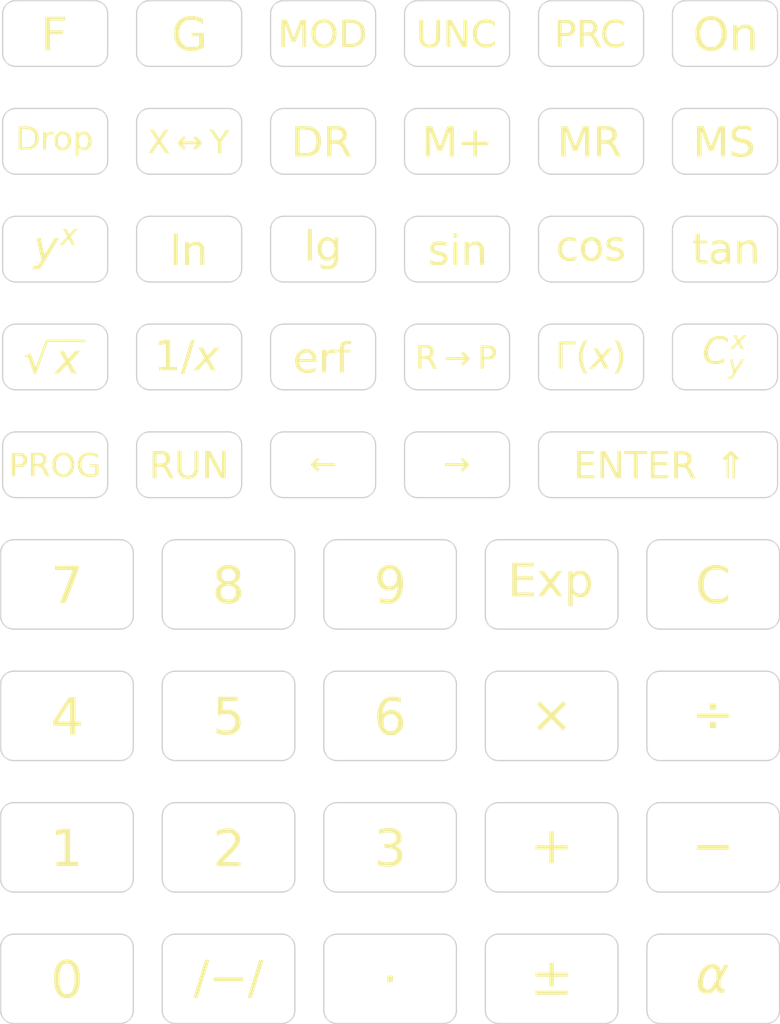
<source format=kicad_pcb>
(kicad_pcb (version 20241229) (generator "pcbnew") (generator_version "9.0")
  (layers (0 "F.Cu" signal) (2 "B.Cu" signal) (13 "F.Paste" user) (15 "B.Paste" user) (5 "F.SilkS" user "F.Silkscreen") (7 "B.SilkS" user "B.Silkscreen") (1 "F.Mask" user) (3 "B.Mask" user) (25 "Edge.Cuts" user))
  (net 0 "")
  (footprint "latex_text" (layer "F.Cu") (at 61.2 97.6)
    (property "Reference" "latex_text" (hide yes))
    (property "Value" "G***" (hide yes))
  )
  (footprint "latex_text" (layer "F.Cu") (at 76.5 139.5)
    (property "Reference" "latex_text" (hide yes))
    (property "Value" "G***" (hide yes))
  )
  (footprint "latex_text" (layer "F.Cu") (at 102 122.2)
    (property "Reference" "latex_text" (hide yes))
    (property "Value" "G***" (hide yes))
  )
  (footprint "latex_text" (layer "F.Cu") (at 91.8 114)
    (property "Reference" "latex_text" (hide yes))
    (property "Value" "G***" (hide yes))
  )
  (footprint "latex_text" (layer "F.Cu") (at 61.2 130.4)
    (property "Reference" "latex_text" (hide yes))
    (property "Value" "G***" (hide yes))
  )
  (footprint "latex_text" (layer "F.Cu") (at 61.2 105.8)
    (property "Reference" "latex_text" (hide yes))
    (property "Value" "G***" (hide yes))
  )
  (footprint "latex_text" (layer "F.Cu") (at 101.1 139.5)
    (property "Reference" "latex_text" (hide yes))
    (property "Value" "G***" (hide yes))
  )
  (footprint "latex_text" (layer "F.Cu") (at 91.8 97.6)
    (property "Reference" "latex_text" (hide yes))
    (property "Value" "G***" (hide yes))
  )
  (footprint "latex_text" (layer "F.Cu") (at 81.6 122.2)
    (property "Reference" "latex_text" (hide yes))
    (property "Value" "G***" (hide yes))
  )
  (footprint "latex_text" (layer "F.Cu") (at 102 114)
    (property "Reference" "latex_text" (hide yes))
    (property "Value" "G***" (hide yes))
  )
  (footprint "latex_text" (layer "F.Cu") (at 51 122.2)
    (property "Reference" "latex_text" (hide yes))
    (property "Value" "G***" (hide yes))
  )
  (footprint "latex_text" (layer "F.Cu") (at 88.8 149.5)
    (property "Reference" "latex_text" (hide yes))
    (property "Value" "G***" (hide yes))
  )
  (footprint "latex_text" (layer "F.Cu") (at 51 97.6)
    (property "Reference" "latex_text" (hide yes))
    (property "Value" "G***" (hide yes))
  )
  (footprint "latex_text" (layer "F.Cu") (at 51.9 139.5)
    (property "Reference" "latex_text" (hide yes))
    (property "Value" "G***" (hide yes))
  )
  (footprint "latex_text" (layer "F.Cu") (at 101.1 149.5)
    (property "Reference" "latex_text" (hide yes))
    (property "Value" "G***" (hide yes))
  )
  (footprint "latex_text" (layer "F.Cu") (at 81.6 105.8)
    (property "Reference" "latex_text" (hide yes))
    (property "Value" "G***" (hide yes))
  )
  (footprint "latex_text" (layer "F.Cu") (at 102 97.6)
    (property "Reference" "latex_text" (hide yes))
    (property "Value" "G***" (hide yes))
  )
  (footprint "latex_text" (layer "F.Cu") (at 71.4 114)
    (property "Reference" "latex_text" (hide yes))
    (property "Value" "G***" (hide yes))
  )
  (footprint "latex_text" (layer "F.Cu") (at 76.5 169.5)
    (property "Reference" "latex_text" (hide yes))
    (property "Value" "G***" (hide yes))
  )
  (footprint "latex_text" (layer "F.Cu") (at 88.8 159.5)
    (property "Reference" "latex_text" (hide yes))
    (property "Value" "G***" (hide yes))
  )
  (footprint "latex_text" (layer "F.Cu") (at 91.8 105.8)
    (property "Reference" "latex_text" (hide yes))
    (property "Value" "G***" (hide yes))
  )
  (footprint "latex_text" (layer "F.Cu") (at 64.2 169.5)
    (property "Reference" "latex_text" (hide yes))
    (property "Value" "G***" (hide yes))
  )
  (footprint "latex_text" (layer "F.Cu") (at 76.5 149.5)
    (property "Reference" "latex_text" (hide yes))
    (property "Value" "G***" (hide yes))
  )
  (footprint "latex_text" (layer "F.Cu") (at 96.9 130.4)
    (property "Reference" "latex_text" (hide yes))
    (property "Value" "G***" (hide yes))
  )
  (footprint "latex_text" (layer "F.Cu") (at 61.2 114)
    (property "Reference" "latex_text" (hide yes))
    (property "Value" "G***" (hide yes))
  )
  (footprint "latex_text" (layer "F.Cu") (at 64.2 139.5)
    (property "Reference" "latex_text" (hide yes))
    (property "Value" "G***" (hide yes))
  )
  (footprint "latex_text" (layer "F.Cu") (at 71.4 122.2)
    (property "Reference" "latex_text" (hide yes))
    (property "Value" "G***" (hide yes))
  )
  (footprint "latex_text" (layer "F.Cu") (at 61.2 122.2)
    (property "Reference" "latex_text" (hide yes))
    (property "Value" "G***" (hide yes))
  )
  (footprint "latex_text" (layer "F.Cu") (at 76.5 159.5)
    (property "Reference" "latex_text" (hide yes))
    (property "Value" "G***" (hide yes))
  )
  (footprint "latex_text" (layer "F.Cu") (at 71.4 105.8)
    (property "Reference" "latex_text" (hide yes))
    (property "Value" "G***" (hide yes))
  )
  (footprint "latex_text" (layer "F.Cu") (at 51.9 159.5)
    (property "Reference" "latex_text" (hide yes))
    (property "Value" "G***" (hide yes))
  )
  (footprint "latex_text" (layer "F.Cu") (at 51 114)
    (property "Reference" "latex_text" (hide yes))
    (property "Value" "G***" (hide yes))
  )
  (footprint "latex_text" (layer "F.Cu") (at 51.9 169.5)
    (property "Reference" "latex_text" (hide yes))
    (property "Value" "G***" (hide yes))
  )
  (footprint "latex_text" (layer "F.Cu") (at 71.4 97.6)
    (property "Reference" "latex_text" (hide yes))
    (property "Value" "G***" (hide yes))
  )
  (footprint "latex_text" (layer "F.Cu") (at 64.2 149.5)
    (property "Reference" "latex_text" (hide yes))
    (property "Value" "G***" (hide yes))
  )
  (footprint "latex_text" (layer "F.Cu") (at 51 130.4)
    (property "Reference" "latex_text" (hide yes))
    (property "Value" "G***" (hide yes))
  )
  (footprint "latex_text" (layer "F.Cu") (at 64.2 159.5)
    (property "Reference" "latex_text" (hide yes))
    (property "Value" "G***" (hide yes))
  )
  (footprint "latex_text" (layer "F.Cu") (at 51.9 149.5)
    (property "Reference" "latex_text" (hide yes))
    (property "Value" "G***" (hide yes))
  )
  (footprint "latex_text" (layer "F.Cu") (at 88.8 139.5)
    (property "Reference" "latex_text" (hide yes))
    (property "Value" "G***" (hide yes))
  )
  (footprint "latex_text" (layer "F.Cu") (at 81.6 97.6)
    (property "Reference" "latex_text" (hide yes))
    (property "Value" "G***" (hide yes))
  )
  (footprint "latex_text" (layer "F.Cu") (at 51 105.8)
    (property "Reference" "latex_text" (hide yes))
    (property "Value" "G***" (hide yes))
  )
  (footprint "latex_text" (layer "F.Cu") (at 81.6 130.4)
    (property "Reference" "latex_text" (hide yes))
    (property "Value" "G***" (hide yes))
  )
  (footprint "latex_text" (layer "F.Cu") (at 101.1 159.5)
    (property "Reference" "latex_text" (hide yes))
    (property "Value" "G***" (hide yes))
  )
  (footprint "latex_text" (layer "F.Cu") (at 101.1 169.5)
    (property "Reference" "latex_text" (hide yes))
    (property "Value" "G***" (hide yes))
  )
  (footprint "latex_text" (layer "F.Cu") (at 81.6 114)
    (property "Reference" "latex_text" (hide yes))
    (property "Value" "G***" (hide yes))
  )
  (footprint "latex_text" (layer "F.Cu") (at 102 105.8)
    (property "Reference" "latex_text" (hide yes))
    (property "Value" "G***" (hide yes))
  )
  (footprint "latex_text" (layer "F.Cu") (at 91.8 122.2)
    (property "Reference" "latex_text" (hide yes))
    (property "Value" "G***" (hide yes))
  )
  (footprint "latex_text" (layer "F.Cu") (at 88.8 169.5)
    (property "Reference" "latex_text" (hide yes))
    (property "Value" "G***" (hide yes))
  )
  (footprint "latex_text" (layer "F.Cu") (at 71.4 130.4)
    (property "Reference" "latex_text" (hide yes))
    (property "Value" "G***" (hide yes))
  )
  (gr_arc (start 97.05 162.9) (mid 96.342893 162.607107) (end 96.05 161.9) (stroke (width 0.1)) (layer "Edge.Cuts"))
  (gr_arc (start 67.4 112.5) (mid 67.692893 111.792893) (end 68.4 111.5) (stroke (width 0.1)) (layer "Edge.Cuts"))
  (gr_arc (start 60.15 162.9) (mid 59.442893 162.607107) (end 59.15 161.9) (stroke (width 0.1)) (layer "Edge.Cuts"))
  (gr_arc (start 75.4 99.1) (mid 75.107107 99.807107) (end 74.4 100.1) (stroke (width 0.1)) (layer "Edge.Cuts"))
  (gr_line (start 105 124.7) (end 99 124.7) (stroke (width 0.1)) (layer "Edge.Cuts"))
  (gr_arc (start 84.75 162.9) (mid 84.042893 162.607107) (end 83.75 161.9) (stroke (width 0.1)) (layer "Edge.Cuts"))
  (gr_line (start 94.8 116.5) (end 88.8 116.5) (stroke (width 0.1)) (layer "Edge.Cuts"))
  (gr_line (start 56.95 137.1) (end 56.95 141.9) (stroke (width 0.1)) (layer "Edge.Cuts"))
  (gr_line (start 106.15 157.1) (end 106.15 161.9) (stroke (width 0.1)) (layer "Edge.Cuts"))
  (gr_line (start 98 99.1) (end 98 96.1) (stroke (width 0.1)) (layer "Edge.Cuts"))
  (gr_arc (start 47.85 172.9) (mid 47.142893 172.607107) (end 46.85 171.9) (stroke (width 0.1)) (layer "Edge.Cuts"))
  (gr_arc (start 46.85 157.1) (mid 47.142893 156.392893) (end 47.85 156.1) (stroke (width 0.1)) (layer "Edge.Cuts"))
  (gr_line (start 84.6 108.3) (end 78.6 108.3) (stroke (width 0.1)) (layer "Edge.Cuts"))
  (gr_arc (start 105 111.5) (mid 105.707107 111.792893) (end 106 112.5) (stroke (width 0.1)) (layer "Edge.Cuts"))
  (gr_arc (start 83.75 147.1) (mid 84.042893 146.392893) (end 84.75 146.1) (stroke (width 0.1)) (layer "Edge.Cuts"))
  (gr_arc (start 106 107.3) (mid 105.707107 108.007107) (end 105 108.3) (stroke (width 0.1)) (layer "Edge.Cuts"))
  (gr_line (start 105 100.1) (end 99 100.1) (stroke (width 0.1)) (layer "Edge.Cuts"))
  (gr_line (start 57.2 115.5) (end 57.2 112.5) (stroke (width 0.1)) (layer "Edge.Cuts"))
  (gr_arc (start 56.95 161.9) (mid 56.657107 162.607107) (end 55.95 162.9) (stroke (width 0.1)) (layer "Edge.Cuts"))
  (gr_arc (start 77.6 128.9) (mid 77.892893 128.192893) (end 78.6 127.9) (stroke (width 0.1)) (layer "Edge.Cuts"))
  (gr_arc (start 95.8 123.7) (mid 95.507107 124.407107) (end 94.8 124.7) (stroke (width 0.1)) (layer "Edge.Cuts"))
  (gr_arc (start 72.45 162.9) (mid 71.742893 162.607107) (end 71.45 161.9) (stroke (width 0.1)) (layer "Edge.Cuts"))
  (gr_arc (start 105 95.1) (mid 105.707107 95.392893) (end 106 96.1) (stroke (width 0.1)) (layer "Edge.Cuts"))
  (gr_line (start 75.4 112.5) (end 75.4 115.5) (stroke (width 0.1)) (layer "Edge.Cuts"))
  (gr_arc (start 55.95 156.1) (mid 56.657107 156.392893) (end 56.95 157.1) (stroke (width 0.1)) (layer "Edge.Cuts"))
  (gr_line (start 77.6 107.3) (end 77.6 104.3) (stroke (width 0.1)) (layer "Edge.Cuts"))
  (gr_line (start 46.85 141.9) (end 46.85 137.1) (stroke (width 0.1)) (layer "Edge.Cuts"))
  (gr_arc (start 106 99.1) (mid 105.707107 99.807107) (end 105 100.1) (stroke (width 0.1)) (layer "Edge.Cuts"))
  (gr_line (start 80.55 162.9) (end 72.45 162.9) (stroke (width 0.1)) (layer "Edge.Cuts"))
  (gr_arc (start 67.4 96.1) (mid 67.692893 95.392893) (end 68.4 95.1) (stroke (width 0.1)) (layer "Edge.Cuts"))
  (gr_arc (start 106 131.9) (mid 105.707107 132.607107) (end 105 132.9) (stroke (width 0.1)) (layer "Edge.Cuts"))
  (gr_line (start 75.4 104.3) (end 75.4 107.3) (stroke (width 0.1)) (layer "Edge.Cuts"))
  (gr_arc (start 78.6 108.3) (mid 77.892893 108.007107) (end 77.6 107.3) (stroke (width 0.1)) (layer "Edge.Cuts"))
  (gr_line (start 74.4 108.3) (end 68.4 108.3) (stroke (width 0.1)) (layer "Edge.Cuts"))
  (gr_arc (start 47 104.3) (mid 47.292893 103.592893) (end 48 103.3) (stroke (width 0.1)) (layer "Edge.Cuts"))
  (gr_line (start 58.2 95.1) (end 64.2 95.1) (stroke (width 0.1)) (layer "Edge.Cuts"))
  (gr_arc (start 74.4 111.5) (mid 75.107107 111.792893) (end 75.4 112.5) (stroke (width 0.1)) (layer "Edge.Cuts"))
  (gr_arc (start 54 119.7) (mid 54.707107 119.992893) (end 55 120.7) (stroke (width 0.1)) (layer "Edge.Cuts"))
  (gr_line (start 87.8 107.3) (end 87.8 104.3) (stroke (width 0.1)) (layer "Edge.Cuts"))
  (gr_line (start 77.6 99.1) (end 77.6 96.1) (stroke (width 0.1)) (layer "Edge.Cuts"))
  (gr_line (start 88.8 103.3) (end 94.8 103.3) (stroke (width 0.1)) (layer "Edge.Cuts"))
  (gr_arc (start 74.4 127.9) (mid 75.107107 128.192893) (end 75.4 128.9) (stroke (width 0.1)) (layer "Edge.Cuts"))
  (gr_line (start 67.4 99.1) (end 67.4 96.1) (stroke (width 0.1)) (layer "Edge.Cuts"))
  (gr_arc (start 71.45 157.1) (mid 71.742893 156.392893) (end 72.45 156.1) (stroke (width 0.1)) (layer "Edge.Cuts"))
  (gr_arc (start 48 108.3) (mid 47.292893 108.007107) (end 47 107.3) (stroke (width 0.1)) (layer "Edge.Cuts"))
  (gr_arc (start 69.25 161.9) (mid 68.957107 162.607107) (end 68.25 162.9) (stroke (width 0.1)) (layer "Edge.Cuts"))
  (gr_line (start 69.25 157.1) (end 69.25 161.9) (stroke (width 0.1)) (layer "Edge.Cuts"))
  (gr_arc (start 96.05 147.1) (mid 96.342893 146.392893) (end 97.05 146.1) (stroke (width 0.1)) (layer "Edge.Cuts"))
  (gr_line (start 85.6 104.3) (end 85.6 107.3) (stroke (width 0.1)) (layer "Edge.Cuts"))
  (gr_line (start 75.4 128.9) (end 75.4 131.9) (stroke (width 0.1)) (layer "Edge.Cuts"))
  (gr_arc (start 88.8 124.7) (mid 88.092893 124.407107) (end 87.8 123.7) (stroke (width 0.1)) (layer "Edge.Cuts"))
  (gr_line (start 48 103.3) (end 54 103.3) (stroke (width 0.1)) (layer "Edge.Cuts"))
  (gr_arc (start 98 104.3) (mid 98.292893 103.592893) (end 99 103.3) (stroke (width 0.1)) (layer "Edge.Cuts"))
  (gr_arc (start 84.6 111.5) (mid 85.307107 111.792893) (end 85.6 112.5) (stroke (width 0.1)) (layer "Edge.Cuts"))
  (gr_arc (start 57.2 104.3) (mid 57.492893 103.592893) (end 58.2 103.3) (stroke (width 0.1)) (layer "Edge.Cuts"))
  (gr_line (start 55.95 152.9) (end 47.85 152.9) (stroke (width 0.1)) (layer "Edge.Cuts"))
  (gr_line (start 74.4 100.1) (end 68.4 100.1) (stroke (width 0.1)) (layer "Edge.Cuts"))
  (gr_line (start 92.85 142.9) (end 84.75 142.9) (stroke (width 0.1)) (layer "Edge.Cuts"))
  (gr_line (start 64.2 100.1) (end 58.2 100.1) (stroke (width 0.1)) (layer "Edge.Cuts"))
  (gr_line (start 85.6 128.9) (end 85.6 131.9) (stroke (width 0.1)) (layer "Edge.Cuts"))
  (gr_arc (start 106 123.7) (mid 105.707107 124.407107) (end 105 124.7) (stroke (width 0.1)) (layer "Edge.Cuts"))
  (gr_arc (start 47 128.9) (mid 47.292893 128.192893) (end 48 127.9) (stroke (width 0.1)) (layer "Edge.Cuts"))
  (gr_arc (start 88.8 116.5) (mid 88.092893 116.207107) (end 87.8 115.5) (stroke (width 0.1)) (layer "Edge.Cuts"))
  (gr_line (start 95.8 104.3) (end 95.8 107.3) (stroke (width 0.1)) (layer "Edge.Cuts"))
  (gr_arc (start 77.6 104.3) (mid 77.892893 103.592893) (end 78.6 103.3) (stroke (width 0.1)) (layer "Edge.Cuts"))
  (gr_line (start 78.6 103.3) (end 84.6 103.3) (stroke (width 0.1)) (layer "Edge.Cuts"))
  (gr_line (start 54 116.5) (end 48 116.5) (stroke (width 0.1)) (layer "Edge.Cuts"))
  (gr_line (start 105.15 162.9) (end 97.05 162.9) (stroke (width 0.1)) (layer "Edge.Cuts"))
  (gr_arc (start 87.8 128.9) (mid 88.092893 128.192893) (end 88.8 127.9) (stroke (width 0.1)) (layer "Edge.Cuts"))
  (gr_line (start 47 131.9) (end 47 128.9) (stroke (width 0.1)) (layer "Edge.Cuts"))
  (gr_arc (start 84.75 172.9) (mid 84.042893 172.607107) (end 83.75 171.9) (stroke (width 0.1)) (layer "Edge.Cuts"))
  (gr_arc (start 80.55 166.1) (mid 81.257107 166.392893) (end 81.55 167.1) (stroke (width 0.1)) (layer "Edge.Cuts"))
  (gr_arc (start 58.2 124.7) (mid 57.492893 124.407107) (end 57.2 123.7) (stroke (width 0.1)) (layer "Edge.Cuts"))
  (gr_arc (start 88.8 108.3) (mid 88.092893 108.007107) (end 87.8 107.3) (stroke (width 0.1)) (layer "Edge.Cuts"))
  (gr_arc (start 55 107.3) (mid 54.707107 108.007107) (end 54 108.3) (stroke (width 0.1)) (layer "Edge.Cuts"))
  (gr_arc (start 78.6 132.9) (mid 77.892893 132.607107) (end 77.6 131.9) (stroke (width 0.1)) (layer "Edge.Cuts"))
  (gr_arc (start 88.8 100.1) (mid 88.092893 99.807107) (end 87.8 99.1) (stroke (width 0.1)) (layer "Edge.Cuts"))
  (gr_arc (start 94.8 103.3) (mid 95.507107 103.592893) (end 95.8 104.3) (stroke (width 0.1)) (layer "Edge.Cuts"))
  (gr_arc (start 96.05 157.1) (mid 96.342893 156.392893) (end 97.05 156.1) (stroke (width 0.1)) (layer "Edge.Cuts"))
  (gr_arc (start 106.15 141.9) (mid 105.857107 142.607107) (end 105.15 142.9) (stroke (width 0.1)) (layer "Edge.Cuts"))
  (gr_line (start 98 115.5) (end 98 112.5) (stroke (width 0.1)) (layer "Edge.Cuts"))
  (gr_line (start 92.85 172.9) (end 84.75 172.9) (stroke (width 0.1)) (layer "Edge.Cuts"))
  (gr_line (start 93.85 157.1) (end 93.85 161.9) (stroke (width 0.1)) (layer "Edge.Cuts"))
  (gr_line (start 46.85 151.9) (end 46.85 147.1) (stroke (width 0.1)) (layer "Edge.Cuts"))
  (gr_line (start 99 119.7) (end 105 119.7) (stroke (width 0.1)) (layer "Edge.Cuts"))
  (gr_arc (start 85.6 131.9) (mid 85.307107 132.607107) (end 84.6 132.9) (stroke (width 0.1)) (layer "Edge.Cuts"))
  (gr_line (start 55 104.3) (end 55 107.3) (stroke (width 0.1)) (layer "Edge.Cuts"))
  (gr_arc (start 93.85 151.9) (mid 93.557107 152.607107) (end 92.85 152.9) (stroke (width 0.1)) (layer "Edge.Cuts"))
  (gr_line (start 106 112.5) (end 106 115.5) (stroke (width 0.1)) (layer "Edge.Cuts"))
  (gr_arc (start 65.2 115.5) (mid 64.907107 116.207107) (end 64.2 116.5) (stroke (width 0.1)) (layer "Edge.Cuts"))
  (gr_line (start 67.4 123.7) (end 67.4 120.7) (stroke (width 0.1)) (layer "Edge.Cuts"))
  (gr_line (start 81.55 167.1) (end 81.55 171.9) (stroke (width 0.1)) (layer "Edge.Cuts"))
  (gr_arc (start 68.25 146.1) (mid 68.957107 146.392893) (end 69.25 147.1) (stroke (width 0.1)) (layer "Edge.Cuts"))
  (gr_line (start 60.15 166.1) (end 68.25 166.1) (stroke (width 0.1)) (layer "Edge.Cuts"))
  (gr_arc (start 96.05 167.1) (mid 96.342893 166.392893) (end 97.05 166.1) (stroke (width 0.1)) (layer "Edge.Cuts"))
  (gr_line (start 56.95 147.1) (end 56.95 151.9) (stroke (width 0.1)) (layer "Edge.Cuts"))
  (gr_arc (start 80.55 136.1) (mid 81.257107 136.392893) (end 81.55 137.1) (stroke (width 0.1)) (layer "Edge.Cuts"))
  (gr_line (start 85.6 96.1) (end 85.6 99.1) (stroke (width 0.1)) (layer "Edge.Cuts"))
  (gr_line (start 47 107.3) (end 47 104.3) (stroke (width 0.1)) (layer "Edge.Cuts"))
  (gr_line (start 69.25 147.1) (end 69.25 151.9) (stroke (width 0.1)) (layer "Edge.Cuts"))
  (gr_arc (start 57.2 128.9) (mid 57.492893 128.192893) (end 58.2 127.9) (stroke (width 0.1)) (layer "Edge.Cuts"))
  (gr_line (start 78.6 119.7) (end 84.6 119.7) (stroke (width 0.1)) (layer "Edge.Cuts"))
  (gr_line (start 84.75 156.1) (end 92.85 156.1) (stroke (width 0.1)) (layer "Edge.Cuts"))
  (gr_arc (start 55 99.1) (mid 54.707107 99.807107) (end 54 100.1) (stroke (width 0.1)) (layer "Edge.Cuts"))
  (gr_line (start 47.85 146.1) (end 55.95 146.1) (stroke (width 0.1)) (layer "Edge.Cuts"))
  (gr_arc (start 56.95 151.9) (mid 56.657107 152.607107) (end 55.95 152.9) (stroke (width 0.1)) (layer "Edge.Cuts"))
  (gr_arc (start 56.95 171.9) (mid 56.657107 172.607107) (end 55.95 172.9) (stroke (width 0.1)) (layer "Edge.Cuts"))
  (gr_line (start 46.85 171.9) (end 46.85 167.1) (stroke (width 0.1)) (layer "Edge.Cuts"))
  (gr_line (start 74.4 116.5) (end 68.4 116.5) (stroke (width 0.1)) (layer "Edge.Cuts"))
  (gr_line (start 81.55 147.1) (end 81.55 151.9) (stroke (width 0.1)) (layer "Edge.Cuts"))
  (gr_arc (start 93.85 161.9) (mid 93.557107 162.607107) (end 92.85 162.9) (stroke (width 0.1)) (layer "Edge.Cuts"))
  (gr_arc (start 84.6 103.3) (mid 85.307107 103.592893) (end 85.6 104.3) (stroke (width 0.1)) (layer "Edge.Cuts"))
  (gr_arc (start 87.8 120.7) (mid 88.092893 119.992893) (end 88.8 119.7) (stroke (width 0.1)) (layer "Edge.Cuts"))
  (gr_arc (start 72.45 142.9) (mid 71.742893 142.607107) (end 71.45 141.9) (stroke (width 0.1)) (layer "Edge.Cuts"))
  (gr_line (start 83.75 151.9) (end 83.75 147.1) (stroke (width 0.1)) (layer "Edge.Cuts"))
  (gr_arc (start 71.45 167.1) (mid 71.742893 166.392893) (end 72.45 166.1) (stroke (width 0.1)) (layer "Edge.Cuts"))
  (gr_arc (start 60.15 142.9) (mid 59.442893 142.607107) (end 59.15 141.9) (stroke (width 0.1)) (layer "Edge.Cuts"))
  (gr_line (start 64.2 108.3) (end 58.2 108.3) (stroke (width 0.1)) (layer "Edge.Cuts"))
  (gr_arc (start 92.85 146.1) (mid 93.557107 146.392893) (end 93.85 147.1) (stroke (width 0.1)) (layer "Edge.Cuts"))
  (gr_line (start 80.55 152.9) (end 72.45 152.9) (stroke (width 0.1)) (layer "Edge.Cuts"))
  (gr_arc (start 67.4 128.9) (mid 67.692893 128.192893) (end 68.4 127.9) (stroke (width 0.1)) (layer "Edge.Cuts"))
  (gr_line (start 54 108.3) (end 48 108.3) (stroke (width 0.1)) (layer "Edge.Cuts"))
  (gr_line (start 106 104.3) (end 106 107.3) (stroke (width 0.1)) (layer "Edge.Cuts"))
  (gr_line (start 57.2 123.7) (end 57.2 120.7) (stroke (width 0.1)) (layer "Edge.Cuts"))
  (gr_line (start 105.15 172.9) (end 97.05 172.9) (stroke (width 0.1)) (layer "Edge.Cuts"))
  (gr_arc (start 48 116.5) (mid 47.292893 116.207107) (end 47 115.5) (stroke (width 0.1)) (layer "Edge.Cuts"))
  (gr_line (start 55.95 172.9) (end 47.85 172.9) (stroke (width 0.1)) (layer "Edge.Cuts"))
  (gr_line (start 55.95 162.9) (end 47.85 162.9) (stroke (width 0.1)) (layer "Edge.Cuts"))
  (gr_line (start 69.25 167.1) (end 69.25 171.9) (stroke (width 0.1)) (layer "Edge.Cuts"))
  (gr_line (start 93.85 137.1) (end 93.85 141.9) (stroke (width 0.1)) (layer "Edge.Cuts"))
  (gr_line (start 68.25 152.9) (end 60.15 152.9) (stroke (width 0.1)) (layer "Edge.Cuts"))
  (gr_line (start 95.8 96.1) (end 95.8 99.1) (stroke (width 0.1)) (layer "Edge.Cuts"))
  (gr_line (start 84.6 116.5) (end 78.6 116.5) (stroke (width 0.1)) (layer "Edge.Cuts"))
  (gr_arc (start 47.85 142.9) (mid 47.142893 142.607107) (end 46.85 141.9) (stroke (width 0.1)) (layer "Edge.Cuts"))
  (gr_arc (start 57.2 96.1) (mid 57.492893 95.392893) (end 58.2 95.1) (stroke (width 0.1)) (layer "Edge.Cuts"))
  (gr_arc (start 77.6 120.7) (mid 77.892893 119.992893) (end 78.6 119.7) (stroke (width 0.1)) (layer "Edge.Cuts"))
  (gr_line (start 55 128.9) (end 55 131.9) (stroke (width 0.1)) (layer "Edge.Cuts"))
  (gr_line (start 94.8 124.7) (end 88.8 124.7) (stroke (width 0.1)) (layer "Edge.Cuts"))
  (gr_arc (start 54 111.5) (mid 54.707107 111.792893) (end 55 112.5) (stroke (width 0.1)) (layer "Edge.Cuts"))
  (gr_arc (start 94.8 111.5) (mid 95.507107 111.792893) (end 95.8 112.5) (stroke (width 0.1)) (layer "Edge.Cuts"))
  (gr_line (start 58.2 119.7) (end 64.2 119.7) (stroke (width 0.1)) (layer "Edge.Cuts"))
  (gr_arc (start 46.85 147.1) (mid 47.142893 146.392893) (end 47.85 146.1) (stroke (width 0.1)) (layer "Edge.Cuts"))
  (gr_line (start 67.4 131.9) (end 67.4 128.9) (stroke (width 0.1)) (layer "Edge.Cuts"))
  (gr_arc (start 58.2 132.9) (mid 57.492893 132.607107) (end 57.2 131.9) (stroke (width 0.1)) (layer "Edge.Cuts"))
  (gr_arc (start 78.6 124.7) (mid 77.892893 124.407107) (end 77.6 123.7) (stroke (width 0.1)) (layer "Edge.Cuts"))
  (gr_line (start 54 132.9) (end 48 132.9) (stroke (width 0.1)) (layer "Edge.Cuts"))
  (gr_line (start 48 95.1) (end 54 95.1) (stroke (width 0.1)) (layer "Edge.Cuts"))
  (gr_line (start 57.2 99.1) (end 57.2 96.1) (stroke (width 0.1)) (layer "Edge.Cuts"))
  (gr_line (start 55 96.1) (end 55 99.1) (stroke (width 0.1)) (layer "Edge.Cuts"))
  (gr_line (start 59.15 141.9) (end 59.15 137.1) (stroke (width 0.1)) (layer "Edge.Cuts"))
  (gr_line (start 85.6 120.7) (end 85.6 123.7) (stroke (width 0.1)) (layer "Edge.Cuts"))
  (gr_arc (start 59.15 137.1) (mid 59.442893 136.392893) (end 60.15 136.1) (stroke (width 0.1)) (layer "Edge.Cuts"))
  (gr_arc (start 85.6 115.5) (mid 85.307107 116.207107) (end 84.6 116.5) (stroke (width 0.1)) (layer "Edge.Cuts"))
  (gr_line (start 105.15 152.9) (end 97.05 152.9) (stroke (width 0.1)) (layer "Edge.Cuts"))
  (gr_arc (start 48 100.1) (mid 47.292893 99.807107) (end 47 99.1) (stroke (width 0.1)) (layer "Edge.Cuts"))
  (gr_line (start 94.8 100.1) (end 88.8 100.1) (stroke (width 0.1)) (layer "Edge.Cuts"))
  (gr_arc (start 46.85 167.1) (mid 47.142893 166.392893) (end 47.85 166.1) (stroke (width 0.1)) (layer "Edge.Cuts"))
  (gr_line (start 98 107.3) (end 98 104.3) (stroke (width 0.1)) (layer "Edge.Cuts"))
  (gr_arc (start 92.85 136.1) (mid 93.557107 136.392893) (end 93.85 137.1) (stroke (width 0.1)) (layer "Edge.Cuts"))
  (gr_line (start 47 99.1) (end 47 96.1) (stroke (width 0.1)) (layer "Edge.Cuts"))
  (gr_arc (start 47.85 162.9) (mid 47.142893 162.607107) (end 46.85 161.9) (stroke (width 0.1)) (layer "Edge.Cuts"))
  (gr_line (start 105.15 142.9) (end 97.05 142.9) (stroke (width 0.1)) (layer "Edge.Cuts"))
  (gr_arc (start 69.25 141.9) (mid 68.957107 142.607107) (end 68.25 142.9) (stroke (width 0.1)) (layer "Edge.Cuts"))
  (gr_arc (start 55 131.9) (mid 54.707107 132.607107) (end 54 132.9) (stroke (width 0.1)) (layer "Edge.Cuts"))
  (gr_line (start 84.6 124.7) (end 78.6 124.7) (stroke (width 0.1)) (layer "Edge.Cuts"))
  (gr_line (start 97.05 166.1) (end 105.15 166.1) (stroke (width 0.1)) (layer "Edge.Cuts"))
  (gr_arc (start 68.25 136.1) (mid 68.957107 136.392893) (end 69.25 137.1) (stroke (width 0.1)) (layer "Edge.Cuts"))
  (gr_arc (start 75.4 107.3) (mid 75.107107 108.007107) (end 74.4 108.3) (stroke (width 0.1)) (layer "Edge.Cuts"))
  (gr_line (start 95.8 120.7) (end 95.8 123.7) (stroke (width 0.1)) (layer "Edge.Cuts"))
  (gr_arc (start 69.25 151.9) (mid 68.957107 152.607107) (end 68.25 152.9) (stroke (width 0.1)) (layer "Edge.Cuts"))
  (gr_arc (start 58.2 116.5) (mid 57.492893 116.207107) (end 57.2 115.5) (stroke (width 0.1)) (layer "Edge.Cuts"))
  (gr_arc (start 105.15 156.1) (mid 105.857107 156.392893) (end 106.15 157.1) (stroke (width 0.1)) (layer "Edge.Cuts"))
  (gr_line (start 84.6 132.9) (end 78.6 132.9) (stroke (width 0.1)) (layer "Edge.Cuts"))
  (gr_arc (start 46.85 137.1) (mid 47.142893 136.392893) (end 47.85 136.1) (stroke (width 0.1)) (layer "Edge.Cuts"))
  (gr_arc (start 78.6 100.1) (mid 77.892893 99.807107) (end 77.6 99.1) (stroke (width 0.1)) (layer "Edge.Cuts"))
  (gr_line (start 84.75 146.1) (end 92.85 146.1) (stroke (width 0.1)) (layer "Edge.Cuts"))
  (gr_arc (start 54 103.3) (mid 54.707107 103.592893) (end 55 104.3) (stroke (width 0.1)) (layer "Edge.Cuts"))
  (gr_line (start 68.4 111.5) (end 74.4 111.5) (stroke (width 0.1)) (layer "Edge.Cuts"))
  (gr_arc (start 80.55 156.1) (mid 81.257107 156.392893) (end 81.55 157.1) (stroke (width 0.1)) (layer "Edge.Cuts"))
  (gr_arc (start 48 124.7) (mid 47.292893 124.407107) (end 47 123.7) (stroke (width 0.1)) (layer "Edge.Cuts"))
  (gr_arc (start 65.2 107.3) (mid 64.907107 108.007107) (end 64.2 108.3) (stroke (width 0.1)) (layer "Edge.Cuts"))
  (gr_arc (start 83.75 137.1) (mid 84.042893 136.392893) (end 84.75 136.1) (stroke (width 0.1)) (layer "Edge.Cuts"))
  (gr_arc (start 68.4 100.1) (mid 67.692893 99.807107) (end 67.4 99.1) (stroke (width 0.1)) (layer "Edge.Cuts"))
  (gr_arc (start 83.75 157.1) (mid 84.042893 156.392893) (end 84.75 156.1) (stroke (width 0.1)) (layer "Edge.Cuts"))
  (gr_arc (start 85.6 107.3) (mid 85.307107 108.007107) (end 84.6 108.3) (stroke (width 0.1)) (layer "Edge.Cuts"))
  (gr_line (start 56.95 157.1) (end 56.95 161.9) (stroke (width 0.1)) (layer "Edge.Cuts"))
  (gr_line (start 85.6 112.5) (end 85.6 115.5) (stroke (width 0.1)) (layer "Edge.Cuts"))
  (gr_arc (start 99 124.7) (mid 98.292893 124.407107) (end 98 123.7) (stroke (width 0.1)) (layer "Edge.Cuts"))
  (gr_line (start 48 119.7) (end 54 119.7) (stroke (width 0.1)) (layer "Edge.Cuts"))
  (gr_arc (start 71.45 147.1) (mid 71.742893 146.392893) (end 72.45 146.1) (stroke (width 0.1)) (layer "Edge.Cuts"))
  (gr_arc (start 95.8 115.5) (mid 95.507107 116.207107) (end 94.8 116.5) (stroke (width 0.1)) (layer "Edge.Cuts"))
  (gr_line (start 92.85 152.9) (end 84.75 152.9) (stroke (width 0.1)) (layer "Edge.Cuts"))
  (gr_arc (start 67.4 104.3) (mid 67.692893 103.592893) (end 68.4 103.3) (stroke (width 0.1)) (layer "Edge.Cuts"))
  (gr_line (start 58.2 103.3) (end 64.2 103.3) (stroke (width 0.1)) (layer "Edge.Cuts"))
  (gr_arc (start 80.55 146.1) (mid 81.257107 146.392893) (end 81.55 147.1) (stroke (width 0.1)) (layer "Edge.Cuts"))
  (gr_arc (start 105.15 146.1) (mid 105.857107 146.392893) (end 106.15 147.1) (stroke (width 0.1)) (layer "Edge.Cuts"))
  (gr_line (start 67.4 115.5) (end 67.4 112.5) (stroke (width 0.1)) (layer "Edge.Cuts"))
  (gr_line (start 68.4 127.9) (end 74.4 127.9) (stroke (width 0.1)) (layer "Edge.Cuts"))
  (gr_arc (start 92.85 166.1) (mid 93.557107 166.392893) (end 93.85 167.1) (stroke (width 0.1)) (layer "Edge.Cuts"))
  (gr_line (start 72.45 136.1) (end 80.55 136.1) (stroke (width 0.1)) (layer "Edge.Cuts"))
  (gr_line (start 60.15 156.1) (end 68.25 156.1) (stroke (width 0.1)) (layer "Edge.Cuts"))
  (gr_line (start 47 123.7) (end 47 120.7) (stroke (width 0.1)) (layer "Edge.Cuts"))
  (gr_arc (start 93.85 171.9) (mid 93.557107 172.607107) (end 92.85 172.9) (stroke (width 0.1)) (layer "Edge.Cuts"))
  (gr_arc (start 64.2 95.1) (mid 64.907107 95.392893) (end 65.2 96.1) (stroke (width 0.1)) (layer "Edge.Cuts"))
  (gr_line (start 57.2 107.3) (end 57.2 104.3) (stroke (width 0.1)) (layer "Edge.Cuts"))
  (gr_line (start 98 123.7) (end 98 120.7) (stroke (width 0.1)) (layer "Edge.Cuts"))
  (gr_arc (start 105 119.7) (mid 105.707107 119.992893) (end 106 120.7) (stroke (width 0.1)) (layer "Edge.Cuts"))
  (gr_arc (start 87.8 96.1) (mid 88.092893 95.392893) (end 88.8 95.1) (stroke (width 0.1)) (layer "Edge.Cuts"))
  (gr_line (start 46.85 161.9) (end 46.85 157.1) (stroke (width 0.1)) (layer "Edge.Cuts"))
  (gr_line (start 65.2 120.7) (end 65.2 123.7) (stroke (width 0.1)) (layer "Edge.Cuts"))
  (gr_line (start 106 120.7) (end 106 123.7) (stroke (width 0.1)) (layer "Edge.Cuts"))
  (gr_line (start 96.05 141.9) (end 96.05 137.1) (stroke (width 0.1)) (layer "Edge.Cuts"))
  (gr_arc (start 99 100.1) (mid 98.292893 99.807107) (end 98 99.1) (stroke (width 0.1)) (layer "Edge.Cuts"))
  (gr_arc (start 47 96.1) (mid 47.292893 95.392893) (end 48 95.1) (stroke (width 0.1)) (layer "Edge.Cuts"))
  (gr_arc (start 55 123.7) (mid 54.707107 124.407107) (end 54 124.7) (stroke (width 0.1)) (layer "Edge.Cuts"))
  (gr_arc (start 77.6 112.5) (mid 77.892893 111.792893) (end 78.6 111.5) (stroke (width 0.1)) (layer "Edge.Cuts"))
  (gr_arc (start 68.4 124.7) (mid 67.692893 124.407107) (end 67.4 123.7) (stroke (width 0.1)) (layer "Edge.Cuts"))
  (gr_arc (start 94.8 119.7) (mid 95.507107 119.992893) (end 95.8 120.7) (stroke (width 0.1)) (layer "Edge.Cuts"))
  (gr_line (start 55 120.7) (end 55 123.7) (stroke (width 0.1)) (layer "Edge.Cuts"))
  (gr_arc (start 106 115.5) (mid 105.707107 116.207107) (end 105 116.5) (stroke (width 0.1)) (layer "Edge.Cuts"))
  (gr_arc (start 97.05 172.9) (mid 96.342893 172.607107) (end 96.05 171.9) (stroke (width 0.1)) (layer "Edge.Cuts"))
  (gr_line (start 64.2 124.7) (end 58.2 124.7) (stroke (width 0.1)) (layer "Edge.Cuts"))
  (gr_arc (start 55.95 136.1) (mid 56.657107 136.392893) (end 56.95 137.1) (stroke (width 0.1)) (layer "Edge.Cuts"))
  (gr_line (start 83.75 141.9) (end 83.75 137.1) (stroke (width 0.1)) (layer "Edge.Cuts"))
  (gr_line (start 96.05 161.9) (end 96.05 157.1) (stroke (width 0.1)) (layer "Edge.Cuts"))
  (gr_arc (start 54 127.9) (mid 54.707107 128.192893) (end 55 128.9) (stroke (width 0.1)) (layer "Edge.Cuts"))
  (gr_arc (start 71.45 137.1) (mid 71.742893 136.392893) (end 72.45 136.1) (stroke (width 0.1)) (layer "Edge.Cuts"))
  (gr_line (start 84.75 166.1) (end 92.85 166.1) (stroke (width 0.1)) (layer "Edge.Cuts"))
  (gr_line (start 106.15 167.1) (end 106.15 171.9) (stroke (width 0.1)) (layer "Edge.Cuts"))
  (gr_arc (start 84.75 152.9) (mid 84.042893 152.607107) (end 83.75 151.9) (stroke (width 0.1)) (layer "Edge.Cuts"))
  (gr_arc (start 65.2 131.9) (mid 64.907107 132.607107) (end 64.2 132.9) (stroke (width 0.1)) (layer "Edge.Cuts"))
  (gr_arc (start 55.95 146.1) (mid 56.657107 146.392893) (end 56.95 147.1) (stroke (width 0.1)) (layer "Edge.Cuts"))
  (gr_arc (start 57.2 120.7) (mid 57.492893 119.992893) (end 58.2 119.7) (stroke (width 0.1)) (layer "Edge.Cuts"))
  (gr_arc (start 65.2 99.1) (mid 64.907107 99.807107) (end 64.2 100.1) (stroke (width 0.1)) (layer "Edge.Cuts"))
  (gr_arc (start 93.85 141.9) (mid 93.557107 142.607107) (end 92.85 142.9) (stroke (width 0.1)) (layer "Edge.Cuts"))
  (gr_line (start 48 111.5) (end 54 111.5) (stroke (width 0.1)) (layer "Edge.Cuts"))
  (gr_arc (start 98 112.5) (mid 98.292893 111.792893) (end 99 111.5) (stroke (width 0.1)) (layer "Edge.Cuts"))
  (gr_arc (start 75.4 131.9) (mid 75.107107 132.607107) (end 74.4 132.9) (stroke (width 0.1)) (layer "Edge.Cuts"))
  (gr_arc (start 99 108.3) (mid 98.292893 108.007107) (end 98 107.3) (stroke (width 0.1)) (layer "Edge.Cuts"))
  (gr_arc (start 97.05 142.9) (mid 96.342893 142.607107) (end 96.05 141.9) (stroke (width 0.1)) (layer "Edge.Cuts"))
  (gr_line (start 80.55 142.9) (end 72.45 142.9) (stroke (width 0.1)) (layer "Edge.Cuts"))
  (gr_line (start 99 103.3) (end 105 103.3) (stroke (width 0.1)) (layer "Edge.Cuts"))
  (gr_line (start 106 128.9) (end 106 131.9) (stroke (width 0.1)) (layer "Edge.Cuts"))
  (gr_line (start 77.6 131.9) (end 77.6 128.9) (stroke (width 0.1)) (layer "Edge.Cuts"))
  (gr_line (start 94.8 108.3) (end 88.8 108.3) (stroke (width 0.1)) (layer "Edge.Cuts"))
  (gr_arc (start 64.2 103.3) (mid 64.907107 103.592893) (end 65.2 104.3) (stroke (width 0.1)) (layer "Edge.Cuts"))
  (gr_line (start 69.25 137.1) (end 69.25 141.9) (stroke (width 0.1)) (layer "Edge.Cuts"))
  (gr_arc (start 87.8 112.5) (mid 88.092893 111.792893) (end 88.8 111.5) (stroke (width 0.1)) (layer "Edge.Cuts"))
  (gr_line (start 47.85 156.1) (end 55.95 156.1) (stroke (width 0.1)) (layer "Edge.Cuts"))
  (gr_line (start 58.2 127.9) (end 64.2 127.9) (stroke (width 0.1)) (layer "Edge.Cuts"))
  (gr_arc (start 59.15 167.1) (mid 59.442893 166.392893) (end 60.15 166.1) (stroke (width 0.1)) (layer "Edge.Cuts"))
  (gr_arc (start 67.4 120.7) (mid 67.692893 119.992893) (end 68.4 119.7) (stroke (width 0.1)) (layer "Edge.Cuts"))
  (gr_line (start 71.45 141.9) (end 71.45 137.1) (stroke (width 0.1)) (layer "Edge.Cuts"))
  (gr_line (start 65.2 112.5) (end 65.2 115.5) (stroke (width 0.1)) (layer "Edge.Cuts"))
  (gr_arc (start 68.4 108.3) (mid 67.692893 108.007107) (end 67.4 107.3) (stroke (width 0.1)) (layer "Edge.Cuts"))
  (gr_line (start 96.05 171.9) (end 96.05 167.1) (stroke (width 0.1)) (layer "Edge.Cuts"))
  (gr_line (start 47.85 136.1) (end 55.95 136.1) (stroke (width 0.1)) (layer "Edge.Cuts"))
  (gr_arc (start 75.4 123.7) (mid 75.107107 124.407107) (end 74.4 124.7) (stroke (width 0.1)) (layer "Edge.Cuts"))
  (gr_arc (start 106.15 171.9) (mid 105.857107 172.607107) (end 105.15 172.9) (stroke (width 0.1)) (layer "Edge.Cuts"))
  (gr_line (start 99 111.5) (end 105 111.5) (stroke (width 0.1)) (layer "Edge.Cuts"))
  (gr_arc (start 83.75 167.1) (mid 84.042893 166.392893) (end 84.75 166.1) (stroke (width 0.1)) (layer "Edge.Cuts"))
  (gr_line (start 83.75 171.9) (end 83.75 167.1) (stroke (width 0.1)) (layer "Edge.Cuts"))
  (gr_line (start 65.2 104.3) (end 65.2 107.3) (stroke (width 0.1)) (layer "Edge.Cuts"))
  (gr_arc (start 88.8 132.9) (mid 88.092893 132.607107) (end 87.8 131.9) (stroke (width 0.1)) (layer "Edge.Cuts"))
  (gr_line (start 48 127.9) (end 54 127.9) (stroke (width 0.1)) (layer "Edge.Cuts"))
  (gr_line (start 92.85 162.9) (end 84.75 162.9) (stroke (width 0.1)) (layer "Edge.Cuts"))
  (gr_line (start 87.8 131.9) (end 87.8 128.9) (stroke (width 0.1)) (layer "Edge.Cuts"))
  (gr_arc (start 105.15 136.1) (mid 105.857107 136.392893) (end 106.15 137.1) (stroke (width 0.1)) (layer "Edge.Cuts"))
  (gr_line (start 72.45 166.1) (end 80.55 166.1) (stroke (width 0.1)) (layer "Edge.Cuts"))
  (gr_arc (start 84.6 127.9) (mid 85.307107 128.192893) (end 85.6 128.9) (stroke (width 0.1)) (layer "Edge.Cuts"))
  (gr_arc (start 54 95.1) (mid 54.707107 95.392893) (end 55 96.1) (stroke (width 0.1)) (layer "Edge.Cuts"))
  (gr_arc (start 64.2 119.7) (mid 64.907107 119.992893) (end 65.2 120.7) (stroke (width 0.1)) (layer "Edge.Cuts"))
  (gr_arc (start 98 120.7) (mid 98.292893 119.992893) (end 99 119.7) (stroke (width 0.1)) (layer "Edge.Cuts"))
  (gr_line (start 77.6 123.7) (end 77.6 120.7) (stroke (width 0.1)) (layer "Edge.Cuts"))
  (gr_arc (start 95.8 99.1) (mid 95.507107 99.807107) (end 94.8 100.1) (stroke (width 0.1)) (layer "Edge.Cuts"))
  (gr_line (start 75.4 96.1) (end 75.4 99.1) (stroke (width 0.1)) (layer "Edge.Cuts"))
  (gr_line (start 68.25 142.9) (end 60.15 142.9) (stroke (width 0.1)) (layer "Edge.Cuts"))
  (gr_line (start 78.6 95.1) (end 84.6 95.1) (stroke (width 0.1)) (layer "Edge.Cuts"))
  (gr_arc (start 106.15 151.9) (mid 105.857107 152.607107) (end 105.15 152.9) (stroke (width 0.1)) (layer "Edge.Cuts"))
  (gr_arc (start 98 96.1) (mid 98.292893 95.392893) (end 99 95.1) (stroke (width 0.1)) (layer "Edge.Cuts"))
  (gr_line (start 74.4 132.9) (end 68.4 132.9) (stroke (width 0.1)) (layer "Edge.Cuts"))
  (gr_arc (start 68.25 156.1) (mid 68.957107 156.392893) (end 69.25 157.1) (stroke (width 0.1)) (layer "Edge.Cuts"))
  (gr_arc (start 81.55 151.9) (mid 81.257107 152.607107) (end 80.55 152.9) (stroke (width 0.1)) (layer "Edge.Cuts"))
  (gr_line (start 87.8 99.1) (end 87.8 96.1) (stroke (width 0.1)) (layer "Edge.Cuts"))
  (gr_line (start 93.85 167.1) (end 93.85 171.9) (stroke (width 0.1)) (layer "Edge.Cuts"))
  (gr_arc (start 48 132.9) (mid 47.292893 132.607107) (end 47 131.9) (stroke (width 0.1)) (layer "Edge.Cuts"))
  (gr_line (start 47.85 166.1) (end 55.95 166.1) (stroke (width 0.1)) (layer "Edge.Cuts"))
  (gr_line (start 65.2 128.9) (end 65.2 131.9) (stroke (width 0.1)) (layer "Edge.Cuts"))
  (gr_arc (start 68.25 166.1) (mid 68.957107 166.392893) (end 69.25 167.1) (stroke (width 0.1)) (layer "Edge.Cuts"))
  (gr_arc (start 84.75 142.9) (mid 84.042893 142.607107) (end 83.75 141.9) (stroke (width 0.1)) (layer "Edge.Cuts"))
  (gr_line (start 68.4 103.3) (end 74.4 103.3) (stroke (width 0.1)) (layer "Edge.Cuts"))
  (gr_line (start 78.6 127.9) (end 84.6 127.9) (stroke (width 0.1)) (layer "Edge.Cuts"))
  (gr_arc (start 84.6 95.1) (mid 85.307107 95.392893) (end 85.6 96.1) (stroke (width 0.1)) (layer "Edge.Cuts"))
  (gr_line (start 81.55 137.1) (end 81.55 141.9) (stroke (width 0.1)) (layer "Edge.Cuts"))
  (gr_arc (start 68.4 116.5) (mid 67.692893 116.207107) (end 67.4 115.5) (stroke (width 0.1)) (layer "Edge.Cuts"))
  (gr_arc (start 47.85 152.9) (mid 47.142893 152.607107) (end 46.85 151.9) (stroke (width 0.1)) (layer "Edge.Cuts"))
  (gr_arc (start 60.15 172.9) (mid 59.442893 172.607107) (end 59.15 171.9) (stroke (width 0.1)) (layer "Edge.Cuts"))
  (gr_arc (start 59.15 157.1) (mid 59.442893 156.392893) (end 60.15 156.1) (stroke (width 0.1)) (layer "Edge.Cuts"))
  (gr_line (start 67.4 107.3) (end 67.4 104.3) (stroke (width 0.1)) (layer "Edge.Cuts"))
  (gr_line (start 88.8 127.9) (end 105 127.9) (stroke (width 0.1)) (layer "Edge.Cuts"))
  (gr_arc (start 81.55 161.9) (mid 81.257107 162.607107) (end 80.55 162.9) (stroke (width 0.1)) (layer "Edge.Cuts"))
  (gr_line (start 58.2 111.5) (end 64.2 111.5) (stroke (width 0.1)) (layer "Edge.Cuts"))
  (gr_arc (start 96.05 137.1) (mid 96.342893 136.392893) (end 97.05 136.1) (stroke (width 0.1)) (layer "Edge.Cuts"))
  (gr_line (start 106.15 137.1) (end 106.15 141.9) (stroke (width 0.1)) (layer "Edge.Cuts"))
  (gr_line (start 54 124.7) (end 48 124.7) (stroke (width 0.1)) (layer "Edge.Cuts"))
  (gr_line (start 97.05 136.1) (end 105.15 136.1) (stroke (width 0.1)) (layer "Edge.Cuts"))
  (gr_line (start 87.8 115.5) (end 87.8 112.5) (stroke (width 0.1)) (layer "Edge.Cuts"))
  (gr_arc (start 74.4 103.3) (mid 75.107107 103.592893) (end 75.4 104.3) (stroke (width 0.1)) (layer "Edge.Cuts"))
  (gr_line (start 75.4 120.7) (end 75.4 123.7) (stroke (width 0.1)) (layer "Edge.Cuts"))
  (gr_arc (start 95.8 107.3) (mid 95.507107 108.007107) (end 94.8 108.3) (stroke (width 0.1)) (layer "Edge.Cuts"))
  (gr_line (start 93.85 147.1) (end 93.85 151.9) (stroke (width 0.1)) (layer "Edge.Cuts"))
  (gr_line (start 68.25 172.9) (end 60.15 172.9) (stroke (width 0.1)) (layer "Edge.Cuts"))
  (gr_arc (start 81.55 141.9) (mid 81.257107 142.607107) (end 80.55 142.9) (stroke (width 0.1)) (layer "Edge.Cuts"))
  (gr_arc (start 84.6 119.7) (mid 85.307107 119.992893) (end 85.6 120.7) (stroke (width 0.1)) (layer "Edge.Cuts"))
  (gr_arc (start 56.95 141.9) (mid 56.657107 142.607107) (end 55.95 142.9) (stroke (width 0.1)) (layer "Edge.Cuts"))
  (gr_line (start 96.05 151.9) (end 96.05 147.1) (stroke (width 0.1)) (layer "Edge.Cuts"))
  (gr_arc (start 55 115.5) (mid 54.707107 116.207107) (end 54 116.5) (stroke (width 0.1)) (layer "Edge.Cuts"))
  (gr_line (start 84.6 100.1) (end 78.6 100.1) (stroke (width 0.1)) (layer "Edge.Cuts"))
  (gr_arc (start 68.4 132.9) (mid 67.692893 132.607107) (end 67.4 131.9) (stroke (width 0.1)) (layer "Edge.Cuts"))
  (gr_line (start 54 100.1) (end 48 100.1) (stroke (width 0.1)) (layer "Edge.Cuts"))
  (gr_line (start 68.4 95.1) (end 74.4 95.1) (stroke (width 0.1)) (layer "Edge.Cuts"))
  (gr_line (start 88.8 111.5) (end 94.8 111.5) (stroke (width 0.1)) (layer "Edge.Cuts"))
  (gr_line (start 105 116.5) (end 99 116.5) (stroke (width 0.1)) (layer "Edge.Cuts"))
  (gr_line (start 105 108.3) (end 99 108.3) (stroke (width 0.1)) (layer "Edge.Cuts"))
  (gr_line (start 95.8 112.5) (end 95.8 115.5) (stroke (width 0.1)) (layer "Edge.Cuts"))
  (gr_line (start 59.15 151.9) (end 59.15 147.1) (stroke (width 0.1)) (layer "Edge.Cuts"))
  (gr_arc (start 64.2 127.9) (mid 64.907107 128.192893) (end 65.2 128.9) (stroke (width 0.1)) (layer "Edge.Cuts"))
  (gr_line (start 72.45 156.1) (end 80.55 156.1) (stroke (width 0.1)) (layer "Edge.Cuts"))
  (gr_arc (start 75.4 115.5) (mid 75.107107 116.207107) (end 74.4 116.5) (stroke (width 0.1)) (layer "Edge.Cuts"))
  (gr_line (start 97.05 146.1) (end 105.15 146.1) (stroke (width 0.1)) (layer "Edge.Cuts"))
  (gr_line (start 88.8 95.1) (end 94.8 95.1) (stroke (width 0.1)) (layer "Edge.Cuts"))
  (gr_arc (start 55.95 166.1) (mid 56.657107 166.392893) (end 56.95 167.1) (stroke (width 0.1)) (layer "Edge.Cuts"))
  (gr_line (start 68.25 162.9) (end 60.15 162.9) (stroke (width 0.1)) (layer "Edge.Cuts"))
  (gr_arc (start 77.6 96.1) (mid 77.892893 95.392893) (end 78.6 95.1) (stroke (width 0.1)) (layer "Edge.Cuts"))
  (gr_arc (start 106.15 161.9) (mid 105.857107 162.607107) (end 105.15 162.9) (stroke (width 0.1)) (layer "Edge.Cuts"))
  (gr_arc (start 78.6 116.5) (mid 77.892893 116.207107) (end 77.6 115.5) (stroke (width 0.1)) (layer "Edge.Cuts"))
  (gr_arc (start 81.55 171.9) (mid 81.257107 172.607107) (end 80.55 172.9) (stroke (width 0.1)) (layer "Edge.Cuts"))
  (gr_line (start 60.15 146.1) (end 68.25 146.1) (stroke (width 0.1)) (layer "Edge.Cuts"))
  (gr_arc (start 99 116.5) (mid 98.292893 116.207107) (end 98 115.5) (stroke (width 0.1)) (layer "Edge.Cuts"))
  (gr_line (start 88.8 119.7) (end 94.8 119.7) (stroke (width 0.1)) (layer "Edge.Cuts"))
  (gr_arc (start 74.4 95.1) (mid 75.107107 95.392893) (end 75.4 96.1) (stroke (width 0.1)) (layer "Edge.Cuts"))
  (gr_line (start 106.15 147.1) (end 106.15 151.9) (stroke (width 0.1)) (layer "Edge.Cuts"))
  (gr_line (start 87.8 123.7) (end 87.8 120.7) (stroke (width 0.1)) (layer "Edge.Cuts"))
  (gr_line (start 55 112.5) (end 55 115.5) (stroke (width 0.1)) (layer "Edge.Cuts"))
  (gr_arc (start 47 112.5) (mid 47.292893 111.792893) (end 48 111.5) (stroke (width 0.1)) (layer "Edge.Cuts"))
  (gr_line (start 77.6 115.5) (end 77.6 112.5) (stroke (width 0.1)) (layer "Edge.Cuts"))
  (gr_arc (start 47 120.7) (mid 47.292893 119.992893) (end 48 119.7) (stroke (width 0.1)) (layer "Edge.Cuts"))
  (gr_arc (start 97.05 152.9) (mid 96.342893 152.607107) (end 96.05 151.9) (stroke (width 0.1)) (layer "Edge.Cuts"))
  (gr_arc (start 60.15 152.9) (mid 59.442893 152.607107) (end 59.15 151.9) (stroke (width 0.1)) (layer "Edge.Cuts"))
  (gr_line (start 71.45 161.9) (end 71.45 157.1) (stroke (width 0.1)) (layer "Edge.Cuts"))
  (gr_line (start 99 95.1) (end 105 95.1) (stroke (width 0.1)) (layer "Edge.Cuts"))
  (gr_line (start 47 115.5) (end 47 112.5) (stroke (width 0.1)) (layer "Edge.Cuts"))
  (gr_line (start 65.2 96.1) (end 65.2 99.1) (stroke (width 0.1)) (layer "Edge.Cuts"))
  (gr_line (start 80.55 172.9) (end 72.45 172.9) (stroke (width 0.1)) (layer "Edge.Cuts"))
  (gr_arc (start 94.8 95.1) (mid 95.507107 95.392893) (end 95.8 96.1) (stroke (width 0.1)) (layer "Edge.Cuts"))
  (gr_arc (start 87.8 104.3) (mid 88.092893 103.592893) (end 88.8 103.3) (stroke (width 0.1)) (layer "Edge.Cuts"))
  (gr_line (start 81.55 157.1) (end 81.55 161.9) (stroke (width 0.1)) (layer "Edge.Cuts"))
  (gr_line (start 59.15 171.9) (end 59.15 167.1) (stroke (width 0.1)) (layer "Edge.Cuts"))
  (gr_arc (start 92.85 156.1) (mid 93.557107 156.392893) (end 93.85 157.1) (stroke (width 0.1)) (layer "Edge.Cuts"))
  (gr_line (start 78.6 111.5) (end 84.6 111.5) (stroke (width 0.1)) (layer "Edge.Cuts"))
  (gr_line (start 97.05 156.1) (end 105.15 156.1) (stroke (width 0.1)) (layer "Edge.Cuts"))
  (gr_line (start 84.75 136.1) (end 92.85 136.1) (stroke (width 0.1)) (layer "Edge.Cuts"))
  (gr_line (start 56.95 167.1) (end 56.95 171.9) (stroke (width 0.1)) (layer "Edge.Cuts"))
  (gr_arc (start 74.4 119.7) (mid 75.107107 119.992893) (end 75.4 120.7) (stroke (width 0.1)) (layer "Edge.Cuts"))
  (gr_arc (start 65.2 123.7) (mid 64.907107 124.407107) (end 64.2 124.7) (stroke (width 0.1)) (layer "Edge.Cuts"))
  (gr_arc (start 69.25 171.9) (mid 68.957107 172.607107) (end 68.25 172.9) (stroke (width 0.1)) (layer "Edge.Cuts"))
  (gr_arc (start 57.2 112.5) (mid 57.492893 111.792893) (end 58.2 111.5) (stroke (width 0.1)) (layer "Edge.Cuts"))
  (gr_arc (start 105 127.9) (mid 105.707107 128.192893) (end 106 128.9) (stroke (width 0.1)) (layer "Edge.Cuts"))
  (gr_arc (start 85.6 123.7) (mid 85.307107 124.407107) (end 84.6 124.7) (stroke (width 0.1)) (layer "Edge.Cuts"))
  (gr_line (start 83.75 161.9) (end 83.75 157.1) (stroke (width 0.1)) (layer "Edge.Cuts"))
  (gr_line (start 64.2 116.5) (end 58.2 116.5) (stroke (width 0.1)) (layer "Edge.Cuts"))
  (gr_arc (start 59.15 147.1) (mid 59.442893 146.392893) (end 60.15 146.1) (stroke (width 0.1)) (layer "Edge.Cuts"))
  (gr_line (start 59.15 161.9) (end 59.15 157.1) (stroke (width 0.1)) (layer "Edge.Cuts"))
  (gr_arc (start 105.15 166.1) (mid 105.857107 166.392893) (end 106.15 167.1) (stroke (width 0.1)) (layer "Edge.Cuts"))
  (gr_line (start 74.4 124.7) (end 68.4 124.7) (stroke (width 0.1)) (layer "Edge.Cuts"))
  (gr_line (start 71.45 171.9) (end 71.45 167.1) (stroke (width 0.1)) (layer "Edge.Cuts"))
  (gr_arc (start 105 103.3) (mid 105.707107 103.592893) (end 106 104.3) (stroke (width 0.1)) (layer "Edge.Cuts"))
  (gr_arc (start 58.2 108.3) (mid 57.492893 108.007107) (end 57.2 107.3) (stroke (width 0.1)) (layer "Edge.Cuts"))
  (gr_arc (start 72.45 172.9) (mid 71.742893 172.607107) (end 71.45 171.9) (stroke (width 0.1)) (layer "Edge.Cuts"))
  (gr_line (start 105 132.9) (end 88.8 132.9) (stroke (width 0.1)) (layer "Edge.Cuts"))
  (gr_line (start 55.95 142.9) (end 47.85 142.9) (stroke (width 0.1)) (layer "Edge.Cuts"))
  (gr_arc (start 64.2 111.5) (mid 64.907107 111.792893) (end 65.2 112.5) (stroke (width 0.1)) (layer "Edge.Cuts"))
  (gr_line (start 64.2 132.9) (end 58.2 132.9) (stroke (width 0.1)) (layer "Edge.Cuts"))
  (gr_line (start 71.45 151.9) (end 71.45 147.1) (stroke (width 0.1)) (layer "Edge.Cuts"))
  (gr_line (start 106 96.1) (end 106 99.1) (stroke (width 0.1)) (layer "Edge.Cuts"))
  (gr_line (start 57.2 131.9) (end 57.2 128.9) (stroke (width 0.1)) (layer "Edge.Cuts"))
  (gr_arc (start 85.6 99.1) (mid 85.307107 99.807107) (end 84.6 100.1) (stroke (width 0.1)) (layer "Edge.Cuts"))
  (gr_arc (start 58.2 100.1) (mid 57.492893 99.807107) (end 57.2 99.1) (stroke (width 0.1)) (layer "Edge.Cuts"))
  (gr_line (start 72.45 146.1) (end 80.55 146.1) (stroke (width 0.1)) (layer "Edge.Cuts"))
  (gr_line (start 68.4 119.7) (end 74.4 119.7) (stroke (width 0.1)) (layer "Edge.Cuts"))
  (gr_arc (start 72.45 152.9) (mid 71.742893 152.607107) (end 71.45 151.9) (stroke (width 0.1)) (layer "Edge.Cuts"))
  (gr_line (start 60.15 136.1) (end 68.25 136.1) (stroke (width 0.1)) (layer "Edge.Cuts"))
)
</source>
